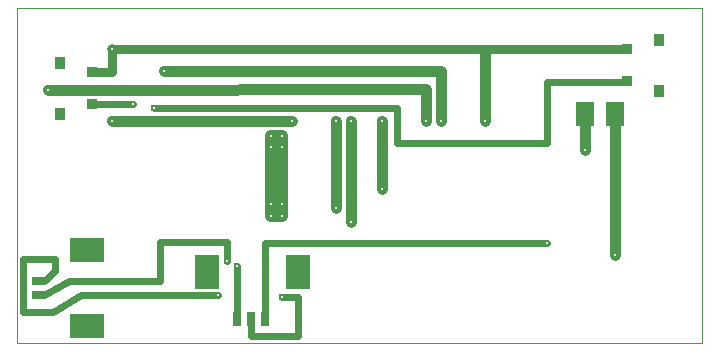
<source format=gbr>
%FSLAX34Y34*%
%MOMM*%
%LNCOPPER_TOP*%
G71*
G01*
%ADD10C, 0.00*%
%ADD11R, 1.50X2.00*%
%ADD12R, 0.90X0.90*%
%ADD13R, 0.90X1.10*%
%ADD14R, 3.00X2.10*%
%ADD15R, 1.30X0.80*%
%ADD16R, 2.10X3.00*%
%ADD17R, 0.80X1.30*%
%ADD18C, 1.00*%
%ADD19C, 0.90*%
%ADD20C, 0.90*%
%ADD21C, 0.60*%
%ADD22C, 0.60*%
%ADD23C, 0.80*%
%ADD24C, 0.80*%
%ADD25C, 0.30*%
%LPD*%
G54D10*
X-580000Y283000D02*
X0Y283000D01*
X0Y0D01*
X-580000Y0D01*
X-580000Y283000D01*
X-98959Y193205D02*
G54D11*
D03*
X-73959Y193205D02*
G54D11*
D03*
X-63931Y248214D02*
G54D12*
D03*
X-63931Y221214D02*
G54D12*
D03*
X-36931Y256214D02*
G54D13*
D03*
X-36931Y213214D02*
G54D13*
D03*
X-516601Y201948D02*
G54D12*
D03*
X-516601Y228948D02*
G54D12*
D03*
X-543601Y193948D02*
G54D13*
D03*
X-543601Y236948D02*
G54D13*
D03*
X-521092Y14466D02*
G54D14*
D03*
X-521092Y14466D02*
G54D14*
D03*
X-521091Y78466D02*
G54D14*
D03*
X-561092Y52466D02*
G54D15*
D03*
X-561092Y40466D02*
G54D15*
D03*
X-342000Y60000D02*
G54D16*
D03*
X-342000Y60000D02*
G54D16*
D03*
X-419000Y60000D02*
G54D16*
D03*
X-382000Y20000D02*
G54D17*
D03*
X-394000Y20000D02*
G54D17*
D03*
X-370000Y20000D02*
G54D17*
D03*
G54D18*
X-365000Y107000D02*
X-365000Y175000D01*
X-356000Y175000D01*
X-356000Y107000D01*
X-365000Y107000D01*
G54D19*
X-347000Y188000D02*
X-500000Y188000D01*
X-500000Y188000D02*
G54D20*
D03*
X-347000Y188000D02*
G54D20*
D03*
G54D19*
X-310000Y188000D02*
X-310000Y114000D01*
G54D19*
X-297000Y188000D02*
X-297000Y102000D01*
G54D21*
X-356000Y39000D02*
X-342000Y39000D01*
X-342000Y6000D01*
X-382000Y6000D01*
X-382000Y20000D01*
X-356000Y39000D02*
G54D22*
D03*
G54D19*
X-271000Y188000D02*
X-271000Y130000D01*
X-271000Y188000D02*
G54D20*
D03*
X-271000Y130000D02*
G54D20*
D03*
G54D23*
X-63931Y248214D02*
X-499786Y248214D01*
X-500000Y248000D01*
X-500000Y229000D01*
X-516549Y229000D01*
X-516601Y228948D01*
G54D19*
X-184000Y248000D02*
X-184000Y188000D01*
X-184000Y188000D02*
G54D20*
D03*
X-500000Y248428D02*
G54D24*
D03*
G54D19*
X-234000Y188000D02*
X-234000Y215000D01*
X-554000Y214000D01*
G54D19*
X-221000Y188000D02*
X-221000Y230000D01*
X-456000Y230000D01*
X-234000Y188000D02*
G54D20*
D03*
X-221000Y188000D02*
G54D20*
D03*
X-456000Y230000D02*
G54D20*
D03*
X-554000Y214000D02*
G54D20*
D03*
X-310000Y188000D02*
G54D20*
D03*
G54D19*
X-73959Y193205D02*
X-73959Y74041D01*
X-74000Y74000D01*
X-73959Y74041D02*
G54D20*
D03*
G54D19*
X-98959Y193205D02*
X-98959Y163041D01*
X-99000Y163000D01*
X-98959Y163041D02*
G54D20*
D03*
G54D21*
X-394000Y20000D02*
X-394000Y65000D01*
G54D21*
X-370000Y84000D02*
X-131000Y84000D01*
G54D21*
X-370000Y20000D02*
X-370000Y84000D01*
X-394000Y65000D02*
G54D22*
D03*
X-131000Y84000D02*
G54D22*
D03*
G54D21*
X-402000Y69000D02*
X-402000Y85000D01*
X-459000Y85000D01*
X-402000Y69000D02*
G54D22*
D03*
G54D21*
X-557092Y40466D02*
X-536000Y52000D01*
X-410000Y40000D02*
G54D22*
D03*
G54D21*
X-482000Y202000D02*
X-516601Y201948D01*
X-482000Y202000D02*
G54D22*
D03*
G54D21*
X-464000Y199000D02*
X-258000Y199000D01*
X-258000Y169000D01*
X-131000Y169000D01*
X-131000Y221000D01*
X-64145Y221000D01*
X-63931Y221214D01*
X-464000Y199000D02*
G54D22*
D03*
X-297000Y188000D02*
G54D20*
D03*
X-310000Y114000D02*
G54D20*
D03*
X-297000Y102000D02*
G54D20*
D03*
X-365000Y175000D02*
G54D20*
D03*
X-356000Y175000D02*
G54D20*
D03*
X-365000Y166000D02*
G54D20*
D03*
X-356000Y166000D02*
G54D20*
D03*
X-365000Y107000D02*
G54D20*
D03*
X-356000Y107000D02*
G54D20*
D03*
X-365000Y117000D02*
G54D20*
D03*
X-356000Y117000D02*
G54D20*
D03*
G54D21*
X-557092Y52466D02*
X-548000Y60375D01*
X-548000Y71000D01*
X-575000Y71000D01*
G54D21*
X-459000Y85000D02*
X-459000Y52000D01*
G54D21*
X-575000Y71000D02*
X-575000Y26000D01*
G54D21*
X-550000Y26000D02*
X-575000Y26000D01*
G54D21*
X-536000Y52000D02*
X-459000Y52000D01*
G54D21*
X-526000Y40000D02*
X-550000Y26000D01*
G54D21*
X-410000Y40000D02*
X-526000Y40000D01*
%LNAUGENFREISTANZEN*%
%LPC*%
X-395000Y110000D02*
G54D25*
D03*
X-186000Y110000D02*
G54D25*
D03*
X-500000Y188000D02*
G54D25*
D03*
X-347000Y188000D02*
G54D25*
D03*
X-356000Y39000D02*
G54D25*
D03*
X-271000Y188000D02*
G54D25*
D03*
X-271000Y130000D02*
G54D25*
D03*
X-184000Y188000D02*
G54D25*
D03*
X-500000Y248428D02*
G54D25*
D03*
X-234000Y188000D02*
G54D25*
D03*
X-221000Y188000D02*
G54D25*
D03*
X-456000Y230000D02*
G54D25*
D03*
X-554000Y214000D02*
G54D25*
D03*
X-310000Y188000D02*
G54D25*
D03*
X-73959Y74041D02*
G54D25*
D03*
X-98959Y163041D02*
G54D25*
D03*
X-394000Y65000D02*
G54D25*
D03*
X-131000Y84000D02*
G54D25*
D03*
X-402000Y69000D02*
G54D25*
D03*
X-410000Y40000D02*
G54D25*
D03*
X-482000Y202000D02*
G54D25*
D03*
X-464000Y199000D02*
G54D25*
D03*
X-297000Y188000D02*
G54D25*
D03*
X-310000Y114000D02*
G54D25*
D03*
X-297000Y102000D02*
G54D25*
D03*
X-365000Y175000D02*
G54D25*
D03*
X-356000Y175000D02*
G54D25*
D03*
X-365000Y166000D02*
G54D25*
D03*
X-356000Y166000D02*
G54D25*
D03*
X-365000Y107000D02*
G54D25*
D03*
X-356000Y107000D02*
G54D25*
D03*
X-365000Y117000D02*
G54D25*
D03*
X-356000Y117000D02*
G54D25*
D03*
M02*

</source>
